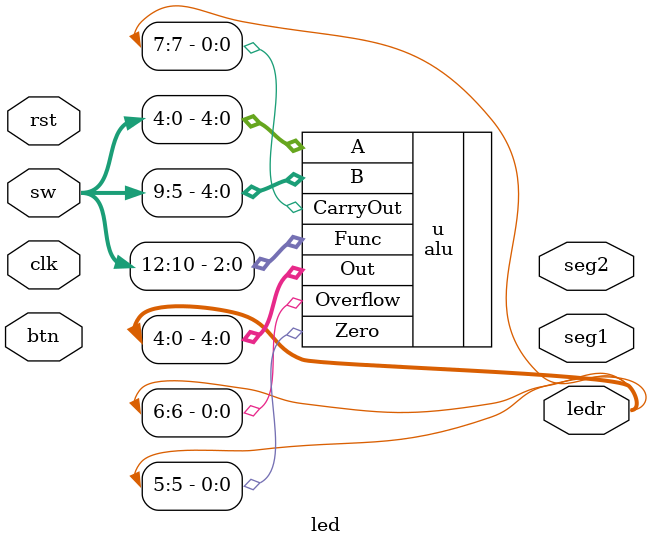
<source format=v>
module led(
  input clk,
  input rst,
  input [4:0] btn,
  input [15:0] sw,
  output [3:0] seg1,
  output [3:0] seg2,
  output [15:0] ledr
);

  alu u(
    .A(sw[4:0]),          // 5-bit 输入 A
    .B(sw[9:5]),          // 5-bit 输入 B
    .Func(sw[12:10]),     // 3-bit 功能选择
    .Out(ledr[4:0]),      // 5-bit 运算结果
    .Zero(ledr[5]),       // 结果是否为 0（未使用）
    .Overflow(ledr[6]),   // 是否溢出（未使用）
    .CarryOut(ledr[7])    // 是否有进位（未使用）
  );

endmodule

</source>
